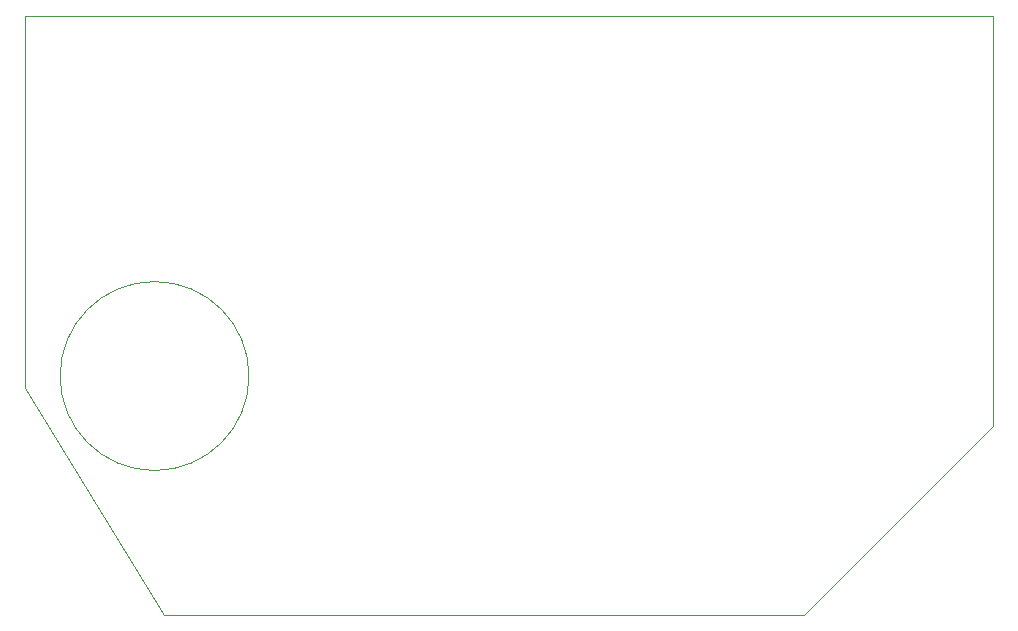
<source format=gko>
G04 Layer: BoardOutlineLayer*
G04 EasyEDA Pro v2.2.32.3, 2024-10-26 20:26:31*
G04 Gerber Generator version 0.3*
G04 Scale: 100 percent, Rotated: No, Reflected: No*
G04 Dimensions in millimeters*
G04 Leading zeros omitted, absolute positions, 3 integers and 5 decimals*
%FSLAX35Y35*%
%MOMM*%
%ADD10C,0.1*%
%ADD11C,0.0254*%
G75*


G04 PolygonModel Start*
G54D10*
G01X2721591Y6549117D02*
G01X10921575Y6549117D01*
G01X10921575Y6549117D02*
G01X10921575Y3072238D01*
G01X9321578Y1472241D02*
G01X10921575Y3072238D01*
G01X9321578Y1472241D02*
G01X3896401Y1472241D01*
G01X2721591Y3397071D02*
G01X3896401Y1472241D01*
G01X2721591Y6549117D02*
G01X2721591Y3397071D01*

G04 Circle Start*
G54D11*
G01X3019665Y3498852D02*
G03X4619661Y3498852I799998J0D01*
G03X3019665Y3498852I-799998J0D01*
G04 Circle End*

M02*


</source>
